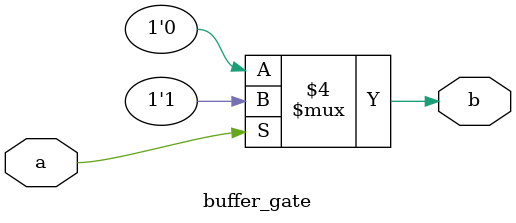
<source format=v>
module buffer_gate (
    input a,output reg b
);
    
     always @(*) begin
        if (a == 1'b1) begin
            b = 1'b1;
        end else begin
             b = 1'b0;
        end
     end


endmodule

//  output is input
</source>
